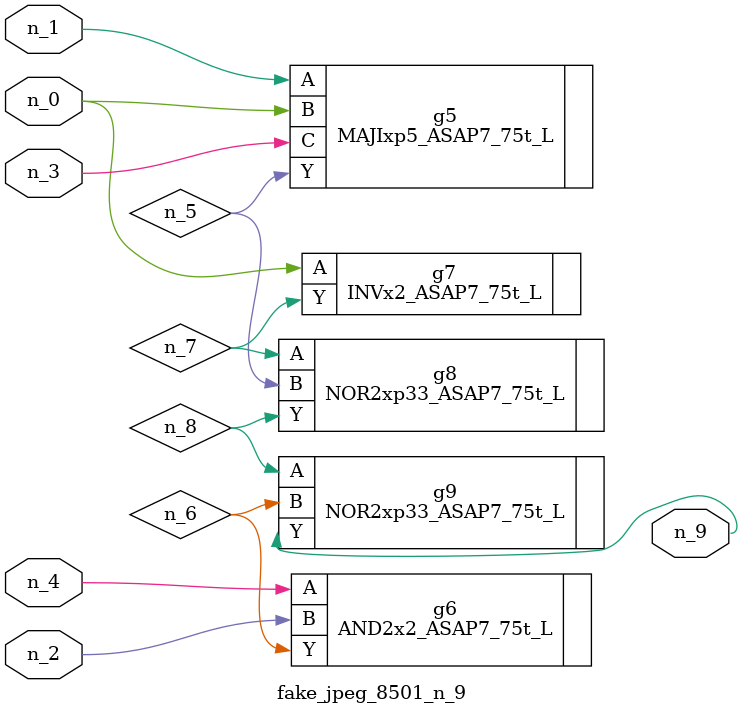
<source format=v>
module fake_jpeg_8501_n_9 (n_3, n_2, n_1, n_0, n_4, n_9);

input n_3;
input n_2;
input n_1;
input n_0;
input n_4;

output n_9;

wire n_8;
wire n_6;
wire n_5;
wire n_7;

MAJIxp5_ASAP7_75t_L g5 ( 
.A(n_1),
.B(n_0),
.C(n_3),
.Y(n_5)
);

AND2x2_ASAP7_75t_L g6 ( 
.A(n_4),
.B(n_2),
.Y(n_6)
);

INVx2_ASAP7_75t_L g7 ( 
.A(n_0),
.Y(n_7)
);

NOR2xp33_ASAP7_75t_L g8 ( 
.A(n_7),
.B(n_5),
.Y(n_8)
);

NOR2xp33_ASAP7_75t_L g9 ( 
.A(n_8),
.B(n_6),
.Y(n_9)
);


endmodule
</source>
